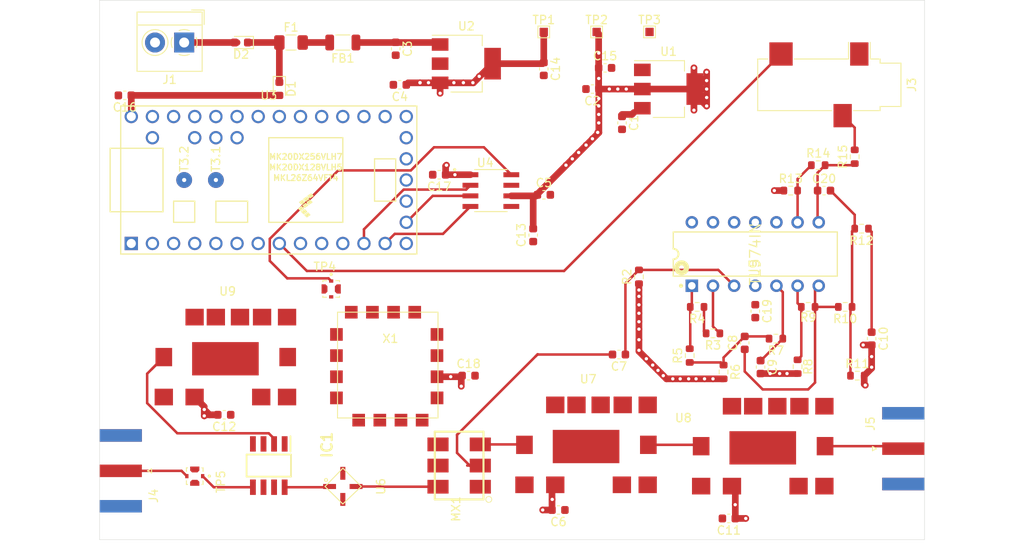
<source format=kicad_pcb>
(kicad_pcb (version 20171130) (host pcbnew "(5.1.10)-1")
  (layers (0 F.Cu signal) (1 In1.Cu power hide) (2 In2.Cu power hide) (31 B.Cu signal) (34 B.Paste user) (35 F.Paste user) (36 B.SilkS user) (37 F.SilkS user) (38 B.Mask user) (39 F.Mask user) (44 Edge.Cuts user))
  (net 0 "")
  (net 1 +5V)
  (net 2 GND)
  (net 3 +2V5)
  (net 4 "Net-(C3-Pad1)")
  (net 5 Delta_Sig)
  (net 6 "Net-(C7-Pad1)")
  (net 7 "Net-(C8-Pad1)")
  (net 8 "Net-(C8-Pad2)")
  (net 9 "Net-(C9-Pad1)")
  (net 10 "Net-(C10-Pad1)")
  (net 11 "Net-(D1-Pad1)")
  (net 12 VCC)
  (net 13 +BATT)
  (net 14 "Net-(F1-Pad2)")
  (net 15 Amp_2.4)
  (net 16 Mixer)
  (net 17 Transmit)
  (net 18 Chirp)
  (net 19 To_Comp)
  (net 20 Sync)
  (net 21 Receive)
  (net 22 Receive_Amp)
  (net 23 "Net-(MX1-Pad6)")
  (net 24 "Net-(R3-Pad2)")
  (net 25 "Net-(R3-Pad1)")
  (net 26 "Net-(R4-Pad2)")
  (net 27 "Net-(R8-Pad2)")
  (net 28 "Net-(R13-Pad2)")
  (net 29 "Net-(U3-Pad17)")
  (net 30 "Net-(U3-Pad18)")
  (net 31 "Net-(U3-Pad19)")
  (net 32 "Net-(U3-Pad20)")
  (net 33 "Net-(U3-Pad16)")
  (net 34 "Net-(U3-Pad15)")
  (net 35 "Net-(U3-Pad14)")
  (net 36 "Net-(U3-Pad21)")
  (net 37 "Net-(U3-Pad22)")
  (net 38 "Net-(U3-Pad23)")
  (net 39 "Net-(U3-Pad24)")
  (net 40 "Net-(U3-Pad25)")
  (net 41 "Net-(U3-Pad26)")
  (net 42 "Net-(U3-Pad27)")
  (net 43 "Net-(U3-Pad28)")
  (net 44 "Net-(U3-Pad29)")
  (net 45 "Net-(U3-Pad30)")
  (net 46 "Net-(U3-Pad31)")
  (net 47 "Net-(U3-Pad32)")
  (net 48 "Net-(U3-Pad34)")
  (net 49 "Net-(U3-Pad35)")
  (net 50 "Net-(U3-Pad36)")
  (net 51 "Net-(U3-Pad37)")
  (net 52 "Net-(U3-Pad13)")
  (net 53 "Net-(U3-Pad12)")
  (net 54 "Net-(U3-Pad11)")
  (net 55 "Net-(U3-Pad10)")
  (net 56 "Net-(U3-Pad9)")
  (net 57 "Net-(U3-Pad7)")
  (net 58 "Net-(U3-Pad6)")
  (net 59 "Net-(U3-Pad5)")
  (net 60 "Net-(U3-Pad4)")
  (net 61 "Net-(U3-Pad3)")
  (net 62 "Net-(U3-Pad2)")
  (net 63 "Net-(U3-Pad38)")
  (net 64 "Net-(U5-Pad14)")
  (net 65 "Net-(U5-Pad13)")
  (net 66 "Net-(U5-Pad12)")
  (net 67 "Net-(U7-Pad10)")
  (net 68 2.4_Chirp)
  (net 69 "Net-(TP4-Pad1)")
  (net 70 "Net-(IC1-Pad5)")
  (net 71 "Net-(C20-Pad2)")
  (net 72 "Net-(C20-Pad1)")
  (module ROS-25936C-119+:ROS­2536C­119 (layer F.Cu) (at 116.205 118.745 180)
    (fp_text reference X1 (at 6.35 -3.175) (layer F.SilkS))
    (fp_text value ROS-2536C-119+)
    (pad 2 smd rect (at 5.97 0 180) (size 1.52 1.52) (layers F.Cu F.Paste F.Mask) (net 18 Chirp))
    (pad 16 smd rect (at 0.76 -2.67 180) (size 1.52 1.52) (layers F.Cu F.Paste F.Mask) (net 2 GND))
    (pad 15 smd rect (at 0.76 -5.21 180) (size 1.52 1.52) (layers F.Cu F.Paste F.Mask) (net 2 GND))
    (pad 14 smd rect (at 0.75 -7.75 180) (size 1.52 1.52) (layers F.Cu F.Paste F.Mask) (net 1 +5V))
    (pad 13 smd rect (at 0.75 -10.29 180) (size 1.524 1.524) (layers F.Cu F.Paste F.Mask) (net 2 GND))
    (pad 12 smd rect (at 2.54 -12.96 180) (size 1.52 1.52) (layers F.Cu F.Paste F.Mask) (net 2 GND))
    (pad 11 smd rect (at 5.08 -12.96 180) (size 1.52 1.52) (layers F.Cu F.Paste F.Mask) (net 2 GND))
    (pad 10 smd rect (at 7.62 -12.96 180) (size 1.52 1.52) (layers F.Cu F.Paste F.Mask) (net 68 2.4_Chirp))
    (pad 9 smd rect (at 10.16 -12.96 180) (size 1.52 1.52) (layers F.Cu F.Paste F.Mask) (net 2 GND))
    (pad 8 smd rect (at 12.83 -10.29 180) (size 1.524 1.524) (layers F.Cu F.Paste F.Mask) (net 2 GND))
    (pad 7 smd rect (at 12.83 -7.75 180) (size 1.52 1.52) (layers F.Cu F.Paste F.Mask) (net 2 GND))
    (pad 6 smd rect (at 12.83 -5.21 180) (size 1.52 1.52) (layers F.Cu F.Paste F.Mask) (net 2 GND))
    (pad 5 smd rect (at 12.83 -2.67 180) (size 1.52 1.52) (layers F.Cu F.Paste F.Mask) (net 2 GND))
    (pad 4 smd rect (at 11.05 0 180) (size 1.52 1.52) (layers F.Cu F.Paste F.Mask) (net 2 GND))
    (pad 3 smd rect (at 8.51 0 180) (size 1.52 1.52) (layers F.Cu F.Paste F.Mask) (net 2 GND))
    (pad 1 smd rect (at 3.43 0 180) (size 1.52 1.52) (layers F.Cu F.Paste F.Mask) (net 2 GND))
  )
  (module Inductor_SMD:L_1206_3216Metric (layer F.Cu) (at 104.14 86.36 180)
    (fp_text reference FB1 (at 0 -1.9) (layer F.SilkS))
    (fp_text value "100 @ 100MHz")
    (pad 2 smd roundrect (at 1.575 0 180) (size 1.05 1.9) (layers F.Cu F.Paste F.Mask) (roundrect_rratio 0.238095) (net 14 "Net-(F1-Pad2)"))
    (pad 1 smd roundrect (at -1.575 0 180) (size 1.05 1.9) (layers F.Cu F.Paste F.Mask) (roundrect_rratio 0.238095) (net 4 "Net-(C3-Pad1)"))
  )
  (module Capacitor_SMD:C_0603_1608Metric (layer F.Cu) (at 161.925 104.14)
    (fp_text reference C20 (at 0 -1.43) (layer F.SilkS))
    (fp_text value 1nF)
    (pad 2 smd roundrect (at 0.775 0) (size 0.9 0.95) (layers F.Cu F.Paste F.Mask) (net 71 "Net-(C20-Pad2)"))
    (pad 1 smd roundrect (at -0.775 0) (size 0.9 0.95) (layers F.Cu F.Paste F.Mask) (net 72 "Net-(C20-Pad1)"))
  )
  (module Capacitor_SMD:C_0603_1608Metric (layer F.Cu) (at 153.67 118.618 270)
    (fp_text reference C19 (at 0 -1.43 90) (layer F.SilkS))
    (fp_text value 0.1uF)
    (pad 2 smd roundrect (at 0.775 0 270) (size 0.9 0.95) (layers F.Cu F.Paste F.Mask) (net 2 GND))
    (pad 1 smd roundrect (at -0.775 0 270) (size 0.9 0.95) (layers F.Cu F.Paste F.Mask) (net 1 +5V))
  )
  (module Capacitor_SMD:C_0603_1608Metric (layer F.Cu) (at 119.24 126.365)
    (fp_text reference C18 (at 0 -1.43) (layer F.SilkS))
    (fp_text value 0.1uF)
    (pad 2 smd roundrect (at 0.775 0) (size 0.9 0.95) (layers F.Cu F.Paste F.Mask) (net 2 GND))
    (pad 1 smd roundrect (at -0.775 0) (size 0.9 0.95) (layers F.Cu F.Paste F.Mask) (net 1 +5V))
  )
  (module Capacitor_SMD:C_0603_1608Metric (layer F.Cu) (at 115.71 102.235 180)
    (fp_text reference C17 (at 0 -1.43) (layer F.SilkS))
    (fp_text value 0.1uF)
    (pad 2 smd roundrect (at 0.775 0 180) (size 0.9 0.95) (layers F.Cu F.Paste F.Mask) (net 2 GND))
    (pad 1 smd roundrect (at -0.775 0 180) (size 0.9 0.95) (layers F.Cu F.Paste F.Mask) (net 1 +5V))
  )
  (module Capacitor_SMD:C_0603_1608Metric (layer F.Cu) (at 77.965 92.71 180)
    (fp_text reference C16 (at 0 -1.43) (layer F.SilkS))
    (fp_text value 0.1uF)
    (pad 2 smd roundrect (at 0.775 0 180) (size 0.9 0.95) (layers F.Cu F.Paste F.Mask) (net 2 GND))
    (pad 1 smd roundrect (at -0.775 0 180) (size 0.9 0.95) (layers F.Cu F.Paste F.Mask) (net 12 VCC))
  )
  (module Capacitor_SMD:C_0603_1608Metric (layer F.Cu) (at 135.636 89.408)
    (fp_text reference C15 (at 0 -1.43) (layer F.SilkS))
    (fp_text value 0.1uF)
    (pad 2 smd roundrect (at 0.775 0) (size 0.9 0.95) (layers F.Cu F.Paste F.Mask) (net 2 GND))
    (pad 1 smd roundrect (at -0.775 0) (size 0.9 0.95) (layers F.Cu F.Paste F.Mask) (net 3 +2V5))
  )
  (module Capacitor_SMD:C_0603_1608Metric (layer F.Cu) (at 128.27 89.535 270)
    (fp_text reference C14 (at 0 -1.43 90) (layer F.SilkS))
    (fp_text value 0.1uF)
    (pad 2 smd roundrect (at 0.775 0 270) (size 0.9 0.95) (layers F.Cu F.Paste F.Mask) (net 2 GND))
    (pad 1 smd roundrect (at -0.775 0 270) (size 0.9 0.95) (layers F.Cu F.Paste F.Mask) (net 1 +5V))
  )
  (module MM8030-2610RJ3:MURATA_MM8030-2610RJ3 (layer F.Cu) (at 86.36 138.43 270)
    (fp_text reference TP5 (at 0.675 -3.135 90) (layer F.SilkS))
    (fp_text value MM8030-2610RJ3)
    (fp_poly (pts (xy 1.15 0.55) (xy 1.15 -0.55) (xy 0.68 -0.55) (xy 0.45 -0.32) (xy 0.45 0.32) (xy 0.68 0.55)) (layer F.Cu) (width 0.01))
    (fp_poly (pts (xy -1.15 -0.55) (xy -1.15 0.55) (xy -0.68 0.55) (xy -0.45 0.32) (xy -0.45 -0.32) (xy -0.68 -0.55)) (layer F.Cu) (width 0.01))
    (pad 2 smd rect (at 0 0.95 270) (size 0.5 0.4) (layers F.Cu) (net 17 Transmit))
    (pad 1 smd rect (at 0 -0.95 270) (size 0.5 0.4) (layers F.Cu) (net 70 "Net-(IC1-Pad5)"))
    (pad 4 smd rect (at 0.85 0 270) (size 0.5 0.5) (layers F.Cu) (net 2 GND))
    (pad 3 smd rect (at -0.85 0 270) (size 0.5 0.5) (layers F.Cu) (net 2 GND))
  )
  (module TestPoint:TestPoint_Pad_1.0x1.0mm (layer F.Cu) (at 140.97 85.09)
    (fp_text reference TP3 (at 0 -1.448) (layer F.SilkS))
    (fp_text value TestPoint)
    (pad 1 smd rect (at 0 0) (size 1 1) (layers F.Cu F.Mask) (net 2 GND))
  )
  (module TestPoint:TestPoint_Pad_1.0x1.0mm (layer F.Cu) (at 134.62 85.09)
    (fp_text reference TP2 (at 0 -1.448) (layer F.SilkS))
    (fp_text value TestPoint)
    (pad 1 smd rect (at 0 0) (size 1 1) (layers F.Cu F.Mask) (net 3 +2V5))
  )
  (module TestPoint:TestPoint_Pad_1.0x1.0mm (layer F.Cu) (at 128.27 85.09)
    (fp_text reference TP1 (at 0 -1.448) (layer F.SilkS))
    (fp_text value TestPoint)
    (pad 1 smd rect (at 0 0) (size 1 1) (layers F.Cu F.Mask) (net 1 +5V))
  )
  (module Capacitor_SMD:C_0603_1608Metric (layer F.Cu) (at 137.668 96.012 270)
    (fp_text reference C1 (at 0 -1.43 90) (layer F.SilkS))
    (fp_text value C_Small)
    (pad 1 smd roundrect (at -0.775 0 270) (size 0.9 0.95) (layers F.Cu F.Paste F.Mask) (net 1 +5V))
    (pad 2 smd roundrect (at 0.775 0 270) (size 0.9 0.95) (layers F.Cu F.Paste F.Mask) (net 2 GND))
  )
  (module Capacitor_SMD:C_0603_1608Metric (layer F.Cu) (at 134.112 91.948 180)
    (fp_text reference C2 (at 0 -1.43) (layer F.SilkS))
    (fp_text value C_Small)
    (pad 2 smd roundrect (at 0.775 0 180) (size 0.9 0.95) (layers F.Cu F.Paste F.Mask) (net 2 GND))
    (pad 1 smd roundrect (at -0.775 0 180) (size 0.9 0.95) (layers F.Cu F.Paste F.Mask) (net 3 +2V5))
  )
  (module Capacitor_SMD:C_0603_1608Metric (layer F.Cu) (at 110.49 87.109 270)
    (fp_text reference C3 (at 0 -1.43 90) (layer F.SilkS))
    (fp_text value "0.22 uF")
    (pad 1 smd roundrect (at -0.775 0 270) (size 0.9 0.95) (layers F.Cu F.Paste F.Mask) (net 4 "Net-(C3-Pad1)"))
    (pad 2 smd roundrect (at 0.775 0 270) (size 0.9 0.95) (layers F.Cu F.Paste F.Mask) (net 2 GND))
  )
  (module Capacitor_SMD:C_0603_1608Metric (layer F.Cu) (at 110.985 91.44 180)
    (fp_text reference C4 (at 0 -1.43) (layer F.SilkS))
    (fp_text value "0.1 uF")
    (pad 2 smd roundrect (at 0.775 0 180) (size 0.9 0.95) (layers F.Cu F.Paste F.Mask) (net 2 GND))
    (pad 1 smd roundrect (at -0.775 0 180) (size 0.9 0.95) (layers F.Cu F.Paste F.Mask) (net 1 +5V))
  )
  (module Capacitor_SMD:C_0603_1608Metric (layer F.Cu) (at 128.283 104.648)
    (fp_text reference C5 (at 0 -1.43) (layer F.SilkS))
    (fp_text value 0.1uF)
    (pad 1 smd roundrect (at -0.775 0) (size 0.9 0.95) (layers F.Cu F.Paste F.Mask) (net 3 +2V5))
    (pad 2 smd roundrect (at 0.775 0) (size 0.9 0.95) (layers F.Cu F.Paste F.Mask) (net 2 GND))
  )
  (module Capacitor_SMD:C_0603_1608Metric (layer F.Cu) (at 130.035 142.494 180)
    (fp_text reference C6 (at 0 -1.43) (layer F.SilkS))
    (fp_text value 0.1uF)
    (pad 1 smd roundrect (at -0.775 0 180) (size 0.9 0.95) (layers F.Cu F.Paste F.Mask) (net 2 GND))
    (pad 2 smd roundrect (at 0.775 0 180) (size 0.9 0.95) (layers F.Cu F.Paste F.Mask) (net 1 +5V))
  )
  (module Capacitor_SMD:C_0603_1608Metric (layer F.Cu) (at 137.3 123.825 180)
    (fp_text reference C7 (at 0 -1.43) (layer F.SilkS))
    (fp_text value 1uF)
    (pad 2 smd roundrect (at 0.775 0 180) (size 0.9 0.95) (layers F.Cu F.Paste F.Mask) (net 5 Delta_Sig))
    (pad 1 smd roundrect (at -0.775 0 180) (size 0.9 0.95) (layers F.Cu F.Paste F.Mask) (net 6 "Net-(C7-Pad1)"))
  )
  (module Capacitor_SMD:C_0603_1608Metric (layer F.Cu) (at 152.4 122.428 90)
    (fp_text reference C8 (at 0 -1.43 90) (layer F.SilkS))
    (fp_text value 1nF)
    (pad 1 smd roundrect (at -0.775 0 90) (size 0.9 0.95) (layers F.Cu F.Paste F.Mask) (net 7 "Net-(C8-Pad1)"))
    (pad 2 smd roundrect (at 0.775 0 90) (size 0.9 0.95) (layers F.Cu F.Paste F.Mask) (net 8 "Net-(C8-Pad2)"))
  )
  (module Capacitor_SMD:C_0603_1608Metric (layer F.Cu) (at 154.305 125.336 270)
    (fp_text reference C9 (at 0 -1.43 90) (layer F.SilkS))
    (fp_text value 1nF)
    (pad 1 smd roundrect (at -0.775 0 270) (size 0.9 0.95) (layers F.Cu F.Paste F.Mask) (net 9 "Net-(C9-Pad1)"))
    (pad 2 smd roundrect (at 0.775 0 270) (size 0.9 0.95) (layers F.Cu F.Paste F.Mask) (net 3 +2V5))
  )
  (module Capacitor_SMD:C_0603_1608Metric (layer F.Cu) (at 167.64 121.92 270)
    (fp_text reference C10 (at 0 -1.43 90) (layer F.SilkS))
    (fp_text value 1nF)
    (pad 1 smd roundrect (at -0.775 0 270) (size 0.9 0.95) (layers F.Cu F.Paste F.Mask) (net 10 "Net-(C10-Pad1)"))
    (pad 2 smd roundrect (at 0.775 0 270) (size 0.9 0.95) (layers F.Cu F.Paste F.Mask) (net 3 +2V5))
  )
  (module Capacitor_SMD:C_0603_1608Metric (layer F.Cu) (at 150.495 143.51 180)
    (fp_text reference C11 (at 0 -1.43) (layer F.SilkS))
    (fp_text value 0.1uF)
    (pad 2 smd roundrect (at 0.775 0 180) (size 0.9 0.95) (layers F.Cu F.Paste F.Mask) (net 2 GND))
    (pad 1 smd roundrect (at -0.775 0 180) (size 0.9 0.95) (layers F.Cu F.Paste F.Mask) (net 1 +5V))
  )
  (module Capacitor_SMD:C_0603_1608Metric (layer F.Cu) (at 89.903 131.064 180)
    (fp_text reference C12 (at 0 -1.43) (layer F.SilkS))
    (fp_text value 0.1uF)
    (pad 2 smd roundrect (at 0.775 0 180) (size 0.9 0.95) (layers F.Cu F.Paste F.Mask) (net 1 +5V))
    (pad 1 smd roundrect (at -0.775 0 180) (size 0.9 0.95) (layers F.Cu F.Paste F.Mask) (net 2 GND))
  )
  (module Capacitor_SMD:C_0603_1608Metric (layer F.Cu) (at 127 109.487 90)
    (fp_text reference C13 (at 0 -1.43 90) (layer F.SilkS))
    (fp_text value 1uF)
    (pad 2 smd roundrect (at 0.775 0 90) (size 0.9 0.95) (layers F.Cu F.Paste F.Mask) (net 3 +2V5))
    (pad 1 smd roundrect (at -0.775 0 90) (size 0.9 0.95) (layers F.Cu F.Paste F.Mask) (net 2 GND))
  )
  (module Diode_SMD:D_0603_1608Metric (layer F.Cu) (at 96.52 91.9225 270)
    (fp_text reference D1 (at 0 -1.43 90) (layer F.SilkS))
    (fp_text value B5819W)
    (pad 1 smd roundrect (at -0.7875 0 270) (size 0.875 0.95) (layers F.Cu F.Paste F.Mask) (net 11 "Net-(D1-Pad1)"))
    (pad 2 smd roundrect (at 0.7875 0 270) (size 0.875 0.95) (layers F.Cu F.Paste F.Mask) (net 12 VCC))
  )
  (module Diode_SMD:D_0603_1608Metric (layer F.Cu) (at 91.9225 86.36 180)
    (fp_text reference D2 (at 0 -1.43) (layer F.SilkS))
    (fp_text value B5819W)
    (pad 2 smd roundrect (at 0.7875 0 180) (size 0.875 0.95) (layers F.Cu F.Paste F.Mask) (net 13 +BATT))
    (pad 1 smd roundrect (at -0.7875 0 180) (size 0.875 0.95) (layers F.Cu F.Paste F.Mask) (net 11 "Net-(D1-Pad1)"))
  )
  (module Fuse:Fuse_1206_3216Metric (layer F.Cu) (at 97.92 86.36)
    (fp_text reference F1 (at 0 -1.82) (layer F.SilkS))
    (fp_text value "500 mA")
    (pad 1 smd roundrect (at -1.4 0) (size 1.25 1.75) (layers F.Cu F.Paste F.Mask) (roundrect_rratio 0.2) (net 11 "Net-(D1-Pad1)"))
    (pad 2 smd roundrect (at 1.4 0) (size 1.25 1.75) (layers F.Cu F.Paste F.Mask) (roundrect_rratio 0.2) (net 14 "Net-(F1-Pad2)"))
  )
  (module BP2U1+:SOIC127P597X196-8N (layer F.Cu) (at 95.25 137.16 270)
    (fp_text reference IC1 (at -2.48 -6.985 90) (layer F.SilkS) (effects (font (size 1.27 1.27) (thickness 0.254))))
    (fp_text value BP2U1+ hide)
    (pad 1 smd rect (at -2.6 -1.905) (size 0.7 1.85) (layers F.Cu F.Paste F.Mask) (net 2 GND))
    (pad 2 smd rect (at -2.6 -0.635) (size 0.7 1.85) (layers F.Cu F.Paste F.Mask) (net 15 Amp_2.4))
    (pad 3 smd rect (at -2.6 0.635) (size 0.7 1.85) (layers F.Cu F.Paste F.Mask) (net 2 GND))
    (pad 4 smd rect (at -2.6 1.905) (size 0.7 1.85) (layers F.Cu F.Paste F.Mask) (net 2 GND))
    (pad 5 smd rect (at 2.6 1.905) (size 0.7 1.85) (layers F.Cu F.Paste F.Mask) (net 70 "Net-(IC1-Pad5)"))
    (pad 6 smd rect (at 2.6 0.635) (size 0.7 1.85) (layers F.Cu F.Paste F.Mask) (net 2 GND))
    (pad 7 smd rect (at 2.6 -0.635) (size 0.7 1.85) (layers F.Cu F.Paste F.Mask) (net 2 GND))
    (pad 8 smd rect (at 2.6 -1.905) (size 0.7 1.85) (layers F.Cu F.Paste F.Mask) (net 16 Mixer))
  )
  (module TerminalBlock_4Ucon:TerminalBlock_4Ucon_1x02_P3.50mm_Horizontal (layer F.Cu) (at 85.09 86.36 180)
    (fp_text reference J1 (at 1.75 -4.46) (layer F.SilkS))
    (fp_text value Screw_Terminal_01x02)
    (pad 1 thru_hole rect (at 0 0 180) (size 2.4 2.4) (drill 1.2) (layers *.Cu *.Mask) (net 13 +BATT))
    (pad 2 thru_hole circle (at 3.5 0 180) (size 2.4 2.4) (drill 1.2) (layers *.Cu *.Mask) (net 2 GND))
  )
  (module MM8030-2610RJ3:MURATA_MM8030-2610RJ3 (layer F.Cu) (at 102.743 115.951)
    (fp_text reference TP4 (at -0.762 -2.667) (layer F.SilkS))
    (fp_text value MM8030-2610RJ3)
    (fp_poly (pts (xy 1.15 0.55) (xy 1.15 -0.55) (xy 0.68 -0.55) (xy 0.45 -0.32) (xy 0.45 0.32) (xy 0.68 0.55)) (layer F.Cu) (width 0.01))
    (fp_poly (pts (xy -1.15 -0.55) (xy -1.15 0.55) (xy -0.68 0.55) (xy -0.45 0.32) (xy -0.45 -0.32) (xy -0.68 -0.55)) (layer F.Cu) (width 0.01))
    (pad 2 smd rect (at 0 0.95) (size 0.5 0.4) (layers F.Cu) (net 18 Chirp))
    (pad 1 smd rect (at 0 -0.95) (size 0.5 0.4) (layers F.Cu) (net 69 "Net-(TP4-Pad1)"))
    (pad 4 smd rect (at 0.85 0) (size 0.5 0.5) (layers F.Cu) (net 2 GND))
    (pad 3 smd rect (at -0.85 0) (size 0.5 0.5) (layers F.Cu) (net 2 GND))
  )
  (module Connector_Audio:Jack_3.5mm_CUI_SJ-3523-SMT_Horizontal (layer F.Cu) (at 162.56 91.44 270)
    (fp_text reference J3 (at 0 -9.9 90) (layer F.SilkS))
    (fp_text value AudioJack3)
    (pad R smd rect (at 3.7 -1.6 270) (size 2.8 2.2) (layers F.Cu F.Paste F.Mask) (net 19 To_Comp))
    (pad S smd rect (at -3.7 -3.6 270) (size 2.8 2.2) (layers F.Cu F.Paste F.Mask) (net 2 GND))
    (pad T smd rect (at -3.7 5.8 270) (size 2.8 2.8) (layers F.Cu F.Paste F.Mask) (net 20 Sync))
    (pad "" np_thru_hole circle (at 0 -2.5 270) (size 1.7 1.7) (drill 1.7) (layers *.Cu *.Mask))
    (pad "" np_thru_hole circle (at 0 4.5 270) (size 1.7 1.7) (drill 1.7) (layers *.Cu *.Mask))
  )
  (module Connector_Coaxial:SMA_Amphenol_132289_EdgeMount (layer F.Cu) (at 77.47 137.795 180)
    (fp_text reference J4 (at -3.96 -3 90) (layer F.SilkS))
    (fp_text value Conn_Coaxial)
    (pad 2 smd rect (at 0 4.25 270) (size 1.5 5.08) (layers B.Cu B.Paste B.Mask) (net 2 GND))
    (pad 2 smd rect (at 0 -4.25 270) (size 1.5 5.08) (layers B.Cu B.Paste B.Mask) (net 2 GND))
    (pad 2 smd rect (at 0 4.25 270) (size 1.5 5.08) (layers F.Cu F.Paste F.Mask) (net 2 GND))
    (pad 2 smd rect (at 0 -4.25 270) (size 1.5 5.08) (layers F.Cu F.Paste F.Mask) (net 2 GND))
    (pad 1 smd rect (at 0 0 270) (size 1.5 5.08) (layers F.Cu F.Paste F.Mask) (net 17 Transmit))
  )
  (module Connector_Coaxial:SMA_Amphenol_132289_EdgeMount (layer F.Cu) (at 171.45 135.128)
    (fp_text reference J5 (at -3.96 -3 90) (layer F.SilkS))
    (fp_text value Conn_Coaxial)
    (pad 1 smd rect (at 0 0 90) (size 1.5 5.08) (layers F.Cu F.Paste F.Mask) (net 21 Receive))
    (pad 2 smd rect (at 0 -4.25 90) (size 1.5 5.08) (layers F.Cu F.Paste F.Mask) (net 2 GND))
    (pad 2 smd rect (at 0 4.25 90) (size 1.5 5.08) (layers F.Cu F.Paste F.Mask) (net 2 GND))
    (pad 2 smd rect (at 0 -4.25 90) (size 1.5 5.08) (layers B.Cu B.Paste B.Mask) (net 2 GND))
    (pad 2 smd rect (at 0 4.25 90) (size 1.5 5.08) (layers B.Cu B.Paste B.Mask) (net 2 GND))
  )
  (module ADE-1:CD636 (layer F.Cu) (at 118.11 137.16 90)
    (fp_text reference MX1 (at -5.216635 -0.381705 270) (layer F.SilkS) (effects (font (size 1.00185 1.00185))))
    (fp_text value ADE-30+)
    (pad 1 smd rect (at -2.54 2.54 90) (size 1.651 2.54) (layers F.Cu F.Paste F.Mask) (net 2 GND))
    (pad 2 smd rect (at 0 2.54 90) (size 1.651 2.54) (layers F.Cu F.Paste F.Mask) (net 5 Delta_Sig))
    (pad 3 smd rect (at 2.54 2.54 90) (size 1.651 2.54) (layers F.Cu F.Paste F.Mask) (net 22 Receive_Amp))
    (pad 4 smd rect (at 2.54 -2.54 90) (size 1.651 2.54) (layers F.Cu F.Paste F.Mask) (net 2 GND))
    (pad 5 smd rect (at 0 -2.54 90) (size 1.651 2.54) (layers F.Cu F.Paste F.Mask) (net 2 GND))
    (pad 6 smd rect (at -2.54 -2.54 90) (size 1.651 2.54) (layers F.Cu F.Paste F.Mask) (net 23 "Net-(MX1-Pad6)"))
  )
  (module Resistor_SMD:R_0603_1608Metric (layer F.Cu) (at 139.7 114.491 90)
    (fp_text reference R2 (at 0 -1.43 90) (layer F.SilkS))
    (fp_text value 10k)
    (pad 1 smd roundrect (at -0.825 0 90) (size 0.8 0.95) (layers F.Cu F.Paste F.Mask) (net 3 +2V5))
    (pad 2 smd roundrect (at 0.825 0 90) (size 0.8 0.95) (layers F.Cu F.Paste F.Mask) (net 6 "Net-(C7-Pad1)"))
  )
  (module Resistor_SMD:R_0603_1608Metric (layer F.Cu) (at 148.59 121.285 180)
    (fp_text reference R3 (at 0 -1.43) (layer F.SilkS))
    (fp_text value 220)
    (pad 2 smd roundrect (at 0.825 0 180) (size 0.8 0.95) (layers F.Cu F.Paste F.Mask) (net 24 "Net-(R3-Pad2)"))
    (pad 1 smd roundrect (at -0.825 0 180) (size 0.8 0.95) (layers F.Cu F.Paste F.Mask) (net 25 "Net-(R3-Pad1)"))
  )
  (module Resistor_SMD:R_0603_1608Metric (layer F.Cu) (at 146.685 118.11 180)
    (fp_text reference R4 (at 0 -1.43) (layer F.SilkS))
    (fp_text value 20k)
    (pad 1 smd roundrect (at -0.825 0 180) (size 0.8 0.95) (layers F.Cu F.Paste F.Mask) (net 24 "Net-(R3-Pad2)"))
    (pad 2 smd roundrect (at 0.825 0 180) (size 0.8 0.95) (layers F.Cu F.Paste F.Mask) (net 26 "Net-(R4-Pad2)"))
  )
  (module Resistor_SMD:R_0603_1608Metric (layer F.Cu) (at 145.796 123.952 90)
    (fp_text reference R5 (at 0 -1.43 90) (layer F.SilkS))
    (fp_text value 8.45k)
    (pad 2 smd roundrect (at 0.825 0 90) (size 0.8 0.95) (layers F.Cu F.Paste F.Mask) (net 26 "Net-(R4-Pad2)"))
    (pad 1 smd roundrect (at -0.825 0 90) (size 0.8 0.95) (layers F.Cu F.Paste F.Mask) (net 8 "Net-(C8-Pad2)"))
  )
  (module Resistor_SMD:R_0603_1608Metric (layer F.Cu) (at 149.86 125.92 270)
    (fp_text reference R6 (at 0 -1.43 90) (layer F.SilkS))
    (fp_text value 102k)
    (pad 2 smd roundrect (at 0.825 0 270) (size 0.8 0.95) (layers F.Cu F.Paste F.Mask) (net 3 +2V5))
    (pad 1 smd roundrect (at -0.825 0 270) (size 0.8 0.95) (layers F.Cu F.Paste F.Mask) (net 8 "Net-(C8-Pad2)"))
  )
  (module Resistor_SMD:R_0603_1608Metric (layer F.Cu) (at 156.147 121.92 180)
    (fp_text reference R7 (at 0 -1.43) (layer F.SilkS))
    (fp_text value 7.15k)
    (pad 1 smd roundrect (at -0.825 0 180) (size 0.8 0.95) (layers F.Cu F.Paste F.Mask) (net 9 "Net-(C9-Pad1)"))
    (pad 2 smd roundrect (at 0.825 0 180) (size 0.8 0.95) (layers F.Cu F.Paste F.Mask) (net 8 "Net-(C8-Pad2)"))
  )
  (module Resistor_SMD:R_0603_1608Metric (layer F.Cu) (at 158.75 125.286 90)
    (fp_text reference R8 (at 0 1.27 90) (layer F.SilkS))
    (fp_text value 12.1k)
    (pad 1 smd roundrect (at -0.825 0 90) (size 0.8 0.95) (layers F.Cu F.Paste F.Mask) (net 3 +2V5))
    (pad 2 smd roundrect (at 0.825 0 90) (size 0.8 0.95) (layers F.Cu F.Paste F.Mask) (net 27 "Net-(R8-Pad2)"))
  )
  (module Resistor_SMD:R_0603_1608Metric (layer F.Cu) (at 160.02 118.11)
    (fp_text reference R9 (at 0 1.27) (layer F.SilkS))
    (fp_text value 1k)
    (pad 2 smd roundrect (at 0.825 0) (size 0.8 0.95) (layers F.Cu F.Paste F.Mask) (net 7 "Net-(C8-Pad1)"))
    (pad 1 smd roundrect (at -0.825 0) (size 0.8 0.95) (layers F.Cu F.Paste F.Mask) (net 27 "Net-(R8-Pad2)"))
  )
  (module Resistor_SMD:R_0603_1608Metric (layer F.Cu) (at 164.465 118.11 180)
    (fp_text reference R10 (at 0 -1.43) (layer F.SilkS))
    (fp_text value 17.4k)
    (pad 2 smd roundrect (at 0.825 0 180) (size 0.8 0.95) (layers F.Cu F.Paste F.Mask) (net 7 "Net-(C8-Pad1)"))
    (pad 1 smd roundrect (at -0.825 0 180) (size 0.8 0.95) (layers F.Cu F.Paste F.Mask) (net 71 "Net-(C20-Pad2)"))
  )
  (module Resistor_SMD:R_0603_1608Metric (layer F.Cu) (at 165.925 126.365)
    (fp_text reference R11 (at 0 -1.43) (layer F.SilkS))
    (fp_text value 28k)
    (pad 2 smd roundrect (at 0.825 0) (size 0.8 0.95) (layers F.Cu F.Paste F.Mask) (net 3 +2V5))
    (pad 1 smd roundrect (at -0.825 0) (size 0.8 0.95) (layers F.Cu F.Paste F.Mask) (net 71 "Net-(C20-Pad2)"))
  )
  (module Resistor_SMD:R_0603_1608Metric (layer F.Cu) (at 166.433 108.712 180)
    (fp_text reference R12 (at 0 -1.43) (layer F.SilkS))
    (fp_text value 4.12k)
    (pad 1 smd roundrect (at -0.825 0 180) (size 0.8 0.95) (layers F.Cu F.Paste F.Mask) (net 10 "Net-(C10-Pad1)"))
    (pad 2 smd roundrect (at 0.825 0 180) (size 0.8 0.95) (layers F.Cu F.Paste F.Mask) (net 71 "Net-(C20-Pad2)"))
  )
  (module Resistor_SMD:R_0603_1608Metric (layer F.Cu) (at 157.925 104.14)
    (fp_text reference R13 (at 0 -1.43) (layer F.SilkS))
    (fp_text value 1.62k)
    (pad 1 smd roundrect (at -0.825 0) (size 0.8 0.95) (layers F.Cu F.Paste F.Mask) (net 3 +2V5))
    (pad 2 smd roundrect (at 0.825 0) (size 0.8 0.95) (layers F.Cu F.Paste F.Mask) (net 28 "Net-(R13-Pad2)"))
  )
  (module Resistor_SMD:R_0603_1608Metric (layer F.Cu) (at 161.227 101.092)
    (fp_text reference R14 (at 0 -1.43) (layer F.SilkS))
    (fp_text value 1k)
    (pad 2 smd roundrect (at 0.825 0) (size 0.8 0.95) (layers F.Cu F.Paste F.Mask) (net 72 "Net-(C20-Pad1)"))
    (pad 1 smd roundrect (at -0.825 0) (size 0.8 0.95) (layers F.Cu F.Paste F.Mask) (net 28 "Net-(R13-Pad2)"))
  )
  (module Resistor_SMD:R_0603_1608Metric (layer F.Cu) (at 165.608 100.076 90)
    (fp_text reference R15 (at 0 -1.43 90) (layer F.SilkS))
    (fp_text value 20k)
    (pad 1 smd roundrect (at -0.825 0 90) (size 0.8 0.95) (layers F.Cu F.Paste F.Mask) (net 72 "Net-(C20-Pad1)"))
    (pad 2 smd roundrect (at 0.825 0 90) (size 0.8 0.95) (layers F.Cu F.Paste F.Mask) (net 19 To_Comp))
  )
  (module Package_TO_SOT_SMD:SOT-223 (layer F.Cu) (at 143.256 91.948)
    (fp_text reference U1 (at 0 -4.5) (layer F.SilkS))
    (fp_text value LM1117-2.5)
    (pad 1 smd rect (at -3.15 -2.3) (size 2 1.5) (layers F.Cu F.Paste F.Mask) (net 2 GND))
    (pad 3 smd rect (at -3.15 2.3) (size 2 1.5) (layers F.Cu F.Paste F.Mask) (net 1 +5V))
    (pad 2 smd rect (at -3.15 0) (size 2 1.5) (layers F.Cu F.Paste F.Mask) (net 3 +2V5))
    (pad 4 smd rect (at 3.15 0) (size 2 3.8) (layers F.Cu F.Paste F.Mask) (net 3 +2V5))
  )
  (module Package_TO_SOT_SMD:SOT-223 (layer F.Cu) (at 118.974 88.9)
    (fp_text reference U2 (at 0 -4.5) (layer F.SilkS))
    (fp_text value LM7805)
    (pad 4 smd rect (at 3.15 0) (size 2 3.8) (layers F.Cu F.Paste F.Mask) (net 1 +5V))
    (pad 2 smd rect (at -3.15 0) (size 2 1.5) (layers F.Cu F.Paste F.Mask) (net 2 GND))
    (pad 3 smd rect (at -3.15 2.3) (size 2 1.5) (layers F.Cu F.Paste F.Mask) (net 1 +5V))
    (pad 1 smd rect (at -3.15 -2.3) (size 2 1.5) (layers F.Cu F.Paste F.Mask) (net 4 "Net-(C3-Pad1)"))
  )
  (module Teensy:Teensy30_31_32_LC (layer F.Cu) (at 95.25 102.87)
    (fp_text reference U3 (at 0 -10.16) (layer F.SilkS))
    (fp_text value Teensy3.2)
    (fp_text user T3.2 (at -10.16 -2.54 90) (layer F.SilkS))
    (fp_text user T3.1 (at -6.35 -2.54 90) (layer F.SilkS))
    (fp_text user MK20DX256VLH7 (at 4.445 -2.794) (layer F.SilkS) (effects (font (size 0.7 0.7))))
    (fp_text user MKL26Z64VFT4 (at 4.445 -0.254) (layer F.SilkS) (effects (font (size 0.7 0.7))))
    (fp_text user MK20DX128VLH5 (at 4.445 -1.524) (layer F.SilkS) (effects (font (size 0.7 0.7))))
    (pad 17 thru_hole circle (at 16.51 0) (size 1.6 1.6) (drill 1.1) (layers *.Cu *.Mask) (net 29 "Net-(U3-Pad17)"))
    (pad 18 thru_hole circle (at 16.51 -2.54) (size 1.6 1.6) (drill 1.1) (layers *.Cu *.Mask) (net 30 "Net-(U3-Pad18)"))
    (pad 19 thru_hole circle (at 16.51 -5.08) (size 1.6 1.6) (drill 1.1) (layers *.Cu *.Mask) (net 31 "Net-(U3-Pad19)"))
    (pad 20 thru_hole circle (at 16.51 -7.62) (size 1.6 1.6) (drill 1.1) (layers *.Cu *.Mask) (net 32 "Net-(U3-Pad20)"))
    (pad 16 thru_hole circle (at 16.51 2.54) (size 1.6 1.6) (drill 1.1) (layers *.Cu *.Mask) (net 33 "Net-(U3-Pad16)"))
    (pad 15 thru_hole circle (at 16.51 5.08) (size 1.6 1.6) (drill 1.1) (layers *.Cu *.Mask) (net 34 "Net-(U3-Pad15)"))
    (pad 14 thru_hole circle (at 16.51 7.62) (size 1.6 1.6) (drill 1.1) (layers *.Cu *.Mask) (net 35 "Net-(U3-Pad14)"))
    (pad 21 thru_hole circle (at 13.97 -7.62) (size 1.6 1.6) (drill 1.1) (layers *.Cu *.Mask) (net 36 "Net-(U3-Pad21)"))
    (pad 22 thru_hole circle (at 11.43 -7.62) (size 1.6 1.6) (drill 1.1) (layers *.Cu *.Mask) (net 37 "Net-(U3-Pad22)"))
    (pad 23 thru_hole circle (at 8.89 -7.62) (size 1.6 1.6) (drill 1.1) (layers *.Cu *.Mask) (net 38 "Net-(U3-Pad23)"))
    (pad 24 thru_hole circle (at 6.35 -7.62) (size 1.6 1.6) (drill 1.1) (layers *.Cu *.Mask) (net 39 "Net-(U3-Pad24)"))
    (pad 25 thru_hole circle (at 3.81 -7.62) (size 1.6 1.6) (drill 1.1) (layers *.Cu *.Mask) (net 40 "Net-(U3-Pad25)"))
    (pad 26 thru_hole circle (at 1.27 -7.62) (size 1.6 1.6) (drill 1.1) (layers *.Cu *.Mask) (net 41 "Net-(U3-Pad26)"))
    (pad 27 thru_hole circle (at -1.27 -7.62) (size 1.6 1.6) (drill 1.1) (layers *.Cu *.Mask) (net 42 "Net-(U3-Pad27)"))
    (pad 28 thru_hole circle (at -3.81 -7.62) (size 1.6 1.6) (drill 1.1) (layers *.Cu *.Mask) (net 43 "Net-(U3-Pad28)"))
    (pad 29 thru_hole circle (at -6.35 -7.62) (size 1.6 1.6) (drill 1.1) (layers *.Cu *.Mask) (net 44 "Net-(U3-Pad29)"))
    (pad 30 thru_hole circle (at -8.89 -7.62) (size 1.6 1.6) (drill 1.1) (layers *.Cu *.Mask) (net 45 "Net-(U3-Pad30)"))
    (pad 31 thru_hole circle (at -11.43 -7.62) (size 1.6 1.6) (drill 1.1) (layers *.Cu *.Mask) (net 46 "Net-(U3-Pad31)"))
    (pad 32 thru_hole circle (at -13.97 -7.62) (size 1.6 1.6) (drill 1.1) (layers *.Cu *.Mask) (net 47 "Net-(U3-Pad32)"))
    (pad 33 thru_hole circle (at -16.51 -7.62) (size 1.6 1.6) (drill 1.1) (layers *.Cu *.Mask) (net 12 VCC))
    (pad 34 thru_hole circle (at -13.97 -5.08) (size 1.6 1.6) (drill 1.1) (layers *.Cu *.Mask) (net 48 "Net-(U3-Pad34)"))
    (pad 35 thru_hole circle (at -8.89 -5.08) (size 1.6 1.6) (drill 1.1) (layers *.Cu *.Mask) (net 49 "Net-(U3-Pad35)"))
    (pad 36 thru_hole circle (at -6.35 -5.08) (size 1.6 1.6) (drill 1.1) (layers *.Cu *.Mask) (net 50 "Net-(U3-Pad36)"))
    (pad 37 thru_hole circle (at -3.81 -5.08) (size 1.6 1.6) (drill 1.1) (layers *.Cu *.Mask) (net 51 "Net-(U3-Pad37)"))
    (pad 13 thru_hole circle (at 13.97 7.62) (size 1.6 1.6) (drill 1.1) (layers *.Cu *.Mask) (net 52 "Net-(U3-Pad13)"))
    (pad 12 thru_hole circle (at 11.43 7.62) (size 1.6 1.6) (drill 1.1) (layers *.Cu *.Mask) (net 53 "Net-(U3-Pad12)"))
    (pad 11 thru_hole circle (at 8.89 7.62) (size 1.6 1.6) (drill 1.1) (layers *.Cu *.Mask) (net 54 "Net-(U3-Pad11)"))
    (pad 10 thru_hole circle (at 6.35 7.62) (size 1.6 1.6) (drill 1.1) (layers *.Cu *.Mask) (net 55 "Net-(U3-Pad10)"))
    (pad 9 thru_hole circle (at 3.81 7.62) (size 1.6 1.6) (drill 1.1) (layers *.Cu *.Mask) (net 56 "Net-(U3-Pad9)"))
    (pad 8 thru_hole circle (at 1.27 7.62) (size 1.6 1.6) (drill 1.1) (layers *.Cu *.Mask) (net 20 Sync))
    (pad 7 thru_hole circle (at -1.27 7.62) (size 1.6 1.6) (drill 1.1) (layers *.Cu *.Mask) (net 57 "Net-(U3-Pad7)"))
    (pad 6 thru_hole circle (at -3.81 7.62) (size 1.6 1.6) (drill 1.1) (layers *.Cu *.Mask) (net 58 "Net-(U3-Pad6)"))
    (pad 5 thru_hole circle (at -6.35 7.62) (size 1.6 1.6) (drill 1.1) (layers *.Cu *.Mask) (net 59 "Net-(U3-Pad5)"))
    (pad 4 thru_hole circle (at -8.89 7.62) (size 1.6 1.6) (drill 1.1) (layers *.Cu *.Mask) (net 60 "Net-(U3-Pad4)"))
    (pad 3 thru_hole circle (at -11.43 7.62) (size 1.6 1.6) (drill 1.1) (layers *.Cu *.Mask) (net 61 "Net-(U3-Pad3)"))
    (pad 2 thru_hole circle (at -13.97 7.62) (size 1.6 1.6) (drill 1.1) (layers *.Cu *.Mask) (net 62 "Net-(U3-Pad2)"))
    (pad 1 thru_hole rect (at -16.51 7.62) (size 1.6 1.6) (drill 1.1) (layers *.Cu *.Mask) (net 2 GND))
    (pad 38 thru_hole circle (at -6.35 0) (size 1.9 1.9) (drill 0.5) (layers *.Cu *.Mask) (net 63 "Net-(U3-Pad38)"))
    (pad 38 thru_hole circle (at -10.16 0) (size 1.9 1.9) (drill 0.5) (layers *.Cu *.Mask) (net 63 "Net-(U3-Pad38)"))
  )
  (module "Kicad Libraries:MCP4921-E_SN" (layer F.Cu) (at 121.92 104.14)
    (fp_text reference U4 (at -0.675 -3.337) (layer F.SilkS))
    (fp_text value MCP4921-EMS)
    (pad 8 smd rect (at 2.455 -1.905) (size 1.9 0.6) (layers F.Cu F.Paste F.Mask) (net 69 "Net-(TP4-Pad1)"))
    (pad 7 smd rect (at 2.455 -0.635) (size 1.9 0.6) (layers F.Cu F.Paste F.Mask) (net 2 GND))
    (pad 6 smd rect (at 2.455 0.635) (size 1.9 0.6) (layers F.Cu F.Paste F.Mask) (net 3 +2V5))
    (pad 5 smd rect (at 2.455 1.905) (size 1.9 0.6) (layers F.Cu F.Paste F.Mask) (net 2 GND))
    (pad 4 smd rect (at -2.455 1.905) (size 1.9 0.6) (layers F.Cu F.Paste F.Mask) (net 52 "Net-(U3-Pad13)"))
    (pad 3 smd rect (at -2.455 0.635) (size 1.9 0.6) (layers F.Cu F.Paste F.Mask) (net 34 "Net-(U3-Pad15)"))
    (pad 2 smd rect (at -2.455 -0.635) (size 1.9 0.6) (layers F.Cu F.Paste F.Mask) (net 53 "Net-(U3-Pad12)"))
    (pad 1 smd rect (at -2.455 -1.905) (size 1.9 0.6) (layers F.Cu F.Paste F.Mask) (net 1 +5V))
  )
  (module TL974IN:Texas_Instruments-TL974IN-Manufacturer_Recommended (layer F.Cu) (at 153.67 111.76 90)
    (fp_text reference U5 (at -3.048 -0.092 90) (layer F.SilkS) (effects (font (size 1.2 1.2)) (justify left)))
    (fp_text value TL974IN (at 0 0 90) (layer F.SilkS) (effects (font (size 1.27 1.27))))
    (pad 1 thru_hole rect (at -3.81 -7.62 90) (size 1.5 1.5) (drill 0.900001) (layers *.Cu) (net 26 "Net-(R4-Pad2)"))
    (pad 2 thru_hole circle (at -3.81 -5.08 90) (size 1.5 1.5) (drill 0.900001) (layers *.Cu) (net 25 "Net-(R3-Pad1)"))
    (pad 3 thru_hole circle (at -3.81 -2.54 90) (size 1.5 1.5) (drill 0.900001) (layers *.Cu) (net 6 "Net-(C7-Pad1)"))
    (pad 4 thru_hole circle (at -3.81 0 90) (size 1.5 1.5) (drill 0.900001) (layers *.Cu) (net 1 +5V))
    (pad 5 thru_hole circle (at -3.81 2.54 90) (size 1.5 1.5) (drill 0.900001) (layers *.Cu) (net 9 "Net-(C9-Pad1)"))
    (pad 6 thru_hole circle (at -3.81 5.08 90) (size 1.5 1.5) (drill 0.900001) (layers *.Cu) (net 27 "Net-(R8-Pad2)"))
    (pad 7 thru_hole circle (at -3.81 7.62 90) (size 1.5 1.5) (drill 0.900001) (layers *.Cu) (net 7 "Net-(C8-Pad1)"))
    (pad 14 thru_hole circle (at 3.81 -7.62 90) (size 1.5 1.5) (drill 0.900001) (layers *.Cu) (net 64 "Net-(U5-Pad14)"))
    (pad 13 thru_hole circle (at 3.81 -5.08 90) (size 1.5 1.5) (drill 0.900001) (layers *.Cu) (net 65 "Net-(U5-Pad13)"))
    (pad 12 thru_hole circle (at 3.81 -2.54 90) (size 1.5 1.5) (drill 0.900001) (layers *.Cu) (net 66 "Net-(U5-Pad12)"))
    (pad 11 thru_hole circle (at 3.81 0 90) (size 1.5 1.5) (drill 0.900001) (layers *.Cu) (net 2 GND))
    (pad 10 thru_hole circle (at 3.81 2.54 90) (size 1.5 1.5) (drill 0.900001) (layers *.Cu) (net 10 "Net-(C10-Pad1)"))
    (pad 9 thru_hole circle (at 3.81 5.08 90) (size 1.5 1.5) (drill 0.900001) (layers *.Cu) (net 28 "Net-(R13-Pad2)"))
    (pad 8 thru_hole circle (at 3.81 7.62 90) (size 1.5 1.5) (drill 0.900001) (layers *.Cu) (net 72 "Net-(C20-Pad1)"))
  )
  (module "Kicad Libraries:GAT-3" (layer F.Cu) (at 104.14 139.674 270)
    (fp_text reference U6 (at 0 -4.58 90) (layer F.SilkS))
    (fp_text value GAT-6+)
    (pad 2 smd rect (at 1.55 0) (size 0.61 1.55) (layers F.Cu F.Paste F.Mask) (net 2 GND))
    (pad 3 smd rect (at 0 -1.59 90) (size 0.61 1.55) (layers F.Cu F.Paste F.Mask) (net 23 "Net-(MX1-Pad6)"))
    (pad 4 smd rect (at -1.585 0) (size 0.61 1.55) (layers F.Cu F.Paste F.Mask) (net 2 GND))
    (pad 1 smd rect (at 0 1.59 90) (size 0.61 1.55) (layers F.Cu F.Paste F.Mask) (net 16 Mixer))
  )
  (module "Kicad Libraries:TAMP-272LN+" (layer F.Cu) (at 141.85 128.874 180)
    (fp_text reference U7 (at 8.23976 2.09804) (layer F.SilkS))
    (fp_text value TAMP-272LN+)
    (pad 11 smd rect (at 1.1 -1 180) (size 2.2 2) (layers F.Cu F.Paste F.Mask) (net 2 GND))
    (pad 1 smd rect (at 4.1 -1 180) (size 2.2 2) (layers F.Cu F.Paste F.Mask) (net 2 GND))
    (pad 2 smd rect (at 6.75 -1 180) (size 2.2 2) (layers F.Cu F.Paste F.Mask) (net 2 GND))
    (pad 3 smd rect (at 9.65 -1 180) (size 2.2 2) (layers F.Cu F.Paste F.Mask) (net 2 GND))
    (pad 4 smd rect (at 12.2 -1 180) (size 2.2 2) (layers F.Cu F.Paste F.Mask) (net 2 GND))
    (pad 5 smd rect (at 15.9 -5.8 90) (size 2.2 2) (layers F.Cu F.Paste F.Mask) (net 22 Receive_Amp))
    (pad 6 smd rect (at 15.9 -10.59628) (size 2.2 2) (layers F.Cu F.Paste F.Mask) (net 2 GND))
    (pad 7 smd rect (at 12.2 -10.59628) (size 2.2 2) (layers F.Cu F.Paste F.Mask) (net 1 +5V))
    (pad 8 smd rect (at 4.2 -10.59628) (size 2.2 2) (layers F.Cu F.Paste F.Mask) (net 2 GND))
    (pad 9 smd rect (at 1.1 -10.59628) (size 2.2 2) (layers F.Cu F.Paste F.Mask) (net 2 GND))
    (pad 10 smd rect (at 1.02108 -5.79628 90) (size 2.2 2) (layers F.Cu F.Paste F.Mask) (net 67 "Net-(U7-Pad10)"))
    (pad GND smd rect (at 8.5 -6) (size 8 4) (layers F.Cu F.Paste F.Mask))
  )
  (module "Kicad Libraries:TAMP-272LN+" (layer F.Cu) (at 163.068 129.032 180)
    (fp_text reference U8 (at 18.034 -2.413) (layer F.SilkS))
    (fp_text value TAMP-272LN+)
    (pad GND smd rect (at 8.5 -6) (size 8 4) (layers F.Cu F.Paste F.Mask))
    (pad 10 smd rect (at 1.02108 -5.79628 90) (size 2.2 2) (layers F.Cu F.Paste F.Mask) (net 21 Receive))
    (pad 9 smd rect (at 1.1 -10.59628) (size 2.2 2) (layers F.Cu F.Paste F.Mask) (net 2 GND))
    (pad 8 smd rect (at 4.2 -10.59628) (size 2.2 2) (layers F.Cu F.Paste F.Mask) (net 2 GND))
    (pad 7 smd rect (at 12.2 -10.59628) (size 2.2 2) (layers F.Cu F.Paste F.Mask) (net 1 +5V))
    (pad 6 smd rect (at 15.9 -10.59628) (size 2.2 2) (layers F.Cu F.Paste F.Mask) (net 2 GND))
    (pad 5 smd rect (at 15.9 -5.8 90) (size 2.2 2) (layers F.Cu F.Paste F.Mask) (net 67 "Net-(U7-Pad10)"))
    (pad 4 smd rect (at 12.2 -1 180) (size 2.2 2) (layers F.Cu F.Paste F.Mask) (net 2 GND))
    (pad 3 smd rect (at 9.65 -1 180) (size 2.2 2) (layers F.Cu F.Paste F.Mask) (net 2 GND))
    (pad 2 smd rect (at 6.75 -1 180) (size 2.2 2) (layers F.Cu F.Paste F.Mask) (net 2 GND))
    (pad 1 smd rect (at 4.1 -1 180) (size 2.2 2) (layers F.Cu F.Paste F.Mask) (net 2 GND))
    (pad 11 smd rect (at 1.1 -1 180) (size 2.2 2) (layers F.Cu F.Paste F.Mask) (net 2 GND))
  )
  (module "Kicad Libraries:TAMP-272LN+" (layer F.Cu) (at 98.543 118.333 180)
    (fp_text reference U9 (at 8.23976 2.09804) (layer F.SilkS))
    (fp_text value TAMP-272LN+)
    (pad 11 smd rect (at 1.1 -1 180) (size 2.2 2) (layers F.Cu F.Paste F.Mask) (net 2 GND))
    (pad 1 smd rect (at 4.1 -1 180) (size 2.2 2) (layers F.Cu F.Paste F.Mask) (net 2 GND))
    (pad 2 smd rect (at 6.75 -1 180) (size 2.2 2) (layers F.Cu F.Paste F.Mask) (net 2 GND))
    (pad 3 smd rect (at 9.65 -1 180) (size 2.2 2) (layers F.Cu F.Paste F.Mask) (net 2 GND))
    (pad 4 smd rect (at 12.2 -1 180) (size 2.2 2) (layers F.Cu F.Paste F.Mask) (net 2 GND))
    (pad 5 smd rect (at 15.9 -5.8 90) (size 2.2 2) (layers F.Cu F.Paste F.Mask) (net 15 Amp_2.4))
    (pad 6 smd rect (at 15.9 -10.59628) (size 2.2 2) (layers F.Cu F.Paste F.Mask) (net 2 GND))
    (pad 7 smd rect (at 12.2 -10.59628) (size 2.2 2) (layers F.Cu F.Paste F.Mask) (net 1 +5V))
    (pad 8 smd rect (at 4.2 -10.59628) (size 2.2 2) (layers F.Cu F.Paste F.Mask) (net 2 GND))
    (pad 9 smd rect (at 1.1 -10.59628) (size 2.2 2) (layers F.Cu F.Paste F.Mask) (net 2 GND))
    (pad 10 smd rect (at 1.02108 -5.79628 90) (size 2.2 2) (layers F.Cu F.Paste F.Mask) (net 68 2.4_Chirp))
    (pad GND smd rect (at 8.5 -6) (size 8 4) (layers F.Cu F.Paste F.Mask))
  )
  (gr_line (start 173.99 146.05) (end 74.93 146.05) (layer Edge.Cuts) (width 0.05))
  (gr_line (start 173.99 81.28) (end 173.99 146.05) (layer Edge.Cuts) (width 0.05))
  (gr_line (start 74.93 81.28) (end 173.99 81.28) (layer Edge.Cuts) (width 0.05))
  (gr_line (start 74.93 146.05) (end 74.93 81.28) (layer Edge.Cuts) (width 0.05))
  (via blind (at 115.824 92.456) (size 0.8) (drill 0.4) (layers F.Cu In2.Cu) (net 1))
  (via blind (at 147.828 91.948) (size 0.8) (drill 0.4) (layers F.Cu In2.Cu) (net 3))
  (via blind (at 155.956 104.14) (size 0.8) (drill 0.4) (layers F.Cu In2.Cu) (net 3))
  (segment (start 112 91.2) (end 111.76 91.44) (width 0.8) (layer F.Cu) (net 1))
  (segment (start 115.824 91.2) (end 112 91.2) (width 0.8) (layer F.Cu) (net 1))
  (segment (start 119.824 91.2) (end 122.124 88.9) (width 0.8) (layer F.Cu) (net 1))
  (segment (start 115.824 91.2) (end 119.824 91.2) (width 0.8) (layer F.Cu) (net 1))
  (segment (start 128.13 88.9) (end 128.27 88.76) (width 0.8) (layer F.Cu) (net 1))
  (segment (start 122.124 88.9) (end 128.13 88.9) (width 0.8) (layer F.Cu) (net 1))
  (segment (start 128.27 88.76) (end 128.27 85.09) (width 0.8) (layer F.Cu) (net 1))
  (segment (start 138.861 94.996) (end 139.09 94.767) (width 0.8) (layer F.Cu) (net 1))
  (segment (start 137.668 94.996) (end 138.861 94.996) (width 0.8) (layer F.Cu) (net 1))
  (segment (start 115.824 91.2) (end 115.824 92.456) (width 0.8) (layer F.Cu) (net 1))
  (via blind (at 114.427 91.186) (size 0.8) (drill 0.4) (layers F.Cu In2.Cu) (net 1))
  (via blind (at 113.411 91.186) (size 0.8) (drill 0.4) (layers F.Cu In2.Cu) (net 1))
  (via blind (at 113.411 91.186) (size 0.8) (drill 0.4) (layers F.Cu In2.Cu) (net 1))
  (via blind (at 117.475 91.186) (size 0.8) (drill 0.4) (layers F.Cu In2.Cu) (net 1))
  (via blind (at 118.618 91.186) (size 0.8) (drill 0.4) (layers F.Cu In2.Cu) (net 1))
  (via blind (at 119.761 91.186) (size 0.8) (drill 0.4) (layers F.Cu In2.Cu) (net 1))
  (via blind (at 120.523 90.424) (size 0.8) (drill 0.4) (layers F.Cu In2.Cu) (net 1))
  (via blind (at 116.586 101.092) (size 0.8) (drill 0.4) (layers F.Cu In2.Cu) (net 1))
  (via blind (at 117.602 102.235) (size 0.8) (drill 0.4) (layers F.Cu In2.Cu) (net 1))
  (segment (start 116.485 102.235) (end 119.465 102.235) (width 0.8) (layer F.Cu) (net 1))
  (segment (start 116.485 101.193) (end 116.586 101.092) (width 0.8) (layer F.Cu) (net 1))
  (segment (start 116.485 102.235) (end 116.485 101.193) (width 0.8) (layer F.Cu) (net 1))
  (via blind (at 87.503 131.191) (size 0.8) (drill 0.4) (layers F.Cu In2.Cu) (net 1))
  (segment (start 87.503 130.08928) (end 86.343 128.92928) (width 0.8) (layer F.Cu) (net 1))
  (via blind (at 87.503 130.429) (size 0.8) (drill 0.4) (layers F.Cu In2.Cu) (net 1))
  (segment (start 118.335 126.495) (end 118.465 126.365) (width 0.8) (layer F.Cu) (net 1))
  (segment (start 115.455 126.495) (end 118.335 126.495) (width 0.8) (layer F.Cu) (net 1))
  (via blind (at 117.094 126.492) (size 0.8) (drill 0.4) (layers F.Cu In2.Cu) (net 1))
  (via blind (at 118.364 127.635) (size 0.8) (drill 0.4) (layers F.Cu In2.Cu) (net 1))
  (segment (start 118.364 126.466) (end 118.465 126.365) (width 0.8) (layer F.Cu) (net 1))
  (segment (start 118.364 127.635) (end 118.364 126.466) (width 0.8) (layer F.Cu) (net 1))
  (segment (start 129.26 139.86028) (end 129.65 139.47028) (width 0.8) (layer F.Cu) (net 1))
  (segment (start 129.26 142.494) (end 129.26 139.86028) (width 0.8) (layer F.Cu) (net 1))
  (segment (start 151.27 140.03028) (end 150.868 139.62828) (width 0.8) (layer F.Cu) (net 1))
  (segment (start 151.27 143.51) (end 151.27 140.03028) (width 0.8) (layer F.Cu) (net 1))
  (via blind (at 129.286 141.224) (size 0.8) (drill 0.4) (layers F.Cu In2.Cu) (net 1))
  (via blind (at 128.143 142.494) (size 0.8) (drill 0.4) (layers F.Cu In2.Cu) (net 1))
  (via blind (at 152.527 143.51) (size 0.8) (drill 0.4) (layers F.Cu In2.Cu) (net 1))
  (via blind (at 151.257 141.859) (size 0.8) (drill 0.4) (layers F.Cu In2.Cu) (net 1))
  (segment (start 151.27 143.51) (end 152.527 143.51) (width 0.8) (layer F.Cu) (net 1))
  (segment (start 129.26 142.494) (end 128.143 142.494) (width 0.8) (layer F.Cu) (net 1))
  (segment (start 87.503 130.429) (end 87.503 131.191) (width 0.8) (layer F.Cu) (net 1))
  (segment (start 87.63 131.064) (end 87.503 131.191) (width 0.8) (layer F.Cu) (net 1))
  (segment (start 89.128 131.064) (end 87.63 131.064) (width 0.8) (layer F.Cu) (net 1))
  (segment (start 88.138 131.064) (end 87.503 130.429) (width 0.8) (layer F.Cu) (net 1))
  (segment (start 89.128 131.064) (end 88.138 131.064) (width 0.8) (layer F.Cu) (net 1))
  (segment (start 134.861 85.331) (end 134.62 85.09) (width 0.8) (layer F.Cu) (net 3))
  (segment (start 134.861 89.408) (end 134.861 85.331) (width 0.8) (layer F.Cu) (net 3))
  (segment (start 134.861 91.922) (end 134.887 91.948) (width 0.8) (layer F.Cu) (net 3))
  (segment (start 134.861 89.408) (end 134.861 91.922) (width 0.8) (layer F.Cu) (net 3))
  (segment (start 134.887 91.948) (end 140.106 91.948) (width 0.8) (layer F.Cu) (net 3))
  (segment (start 140.106 91.948) (end 146.406 91.948) (width 0.8) (layer F.Cu) (net 3))
  (segment (start 127.508 104.556258) (end 127.508 104.648) (width 0.8) (layer F.Cu) (net 3))
  (segment (start 134.887 97.177258) (end 127.508 104.556258) (width 0.8) (layer F.Cu) (net 3))
  (segment (start 134.887 91.948) (end 134.887 97.177258) (width 0.8) (layer F.Cu) (net 3))
  (segment (start 127.381 104.775) (end 127.508 104.648) (width 0.8) (layer F.Cu) (net 3))
  (segment (start 124.375 104.775) (end 127.381 104.775) (width 0.8) (layer F.Cu) (net 3))
  (segment (start 127 108.712) (end 127 105.156) (width 0.8) (layer F.Cu) (net 3))
  (segment (start 167.64 125.475) (end 166.75 126.365) (width 0.8) (layer F.Cu) (net 3))
  (segment (start 167.64 122.695) (end 167.64 125.475) (width 0.8) (layer F.Cu) (net 3))
  (segment (start 149.86 126.745) (end 143.003 126.745) (width 0.8) (layer F.Cu) (net 3))
  (segment (start 139.7 123.442) (end 139.7 115.316) (width 0.8) (layer F.Cu) (net 3))
  (segment (start 143.003 126.745) (end 139.7 123.442) (width 0.8) (layer F.Cu) (net 3))
  (segment (start 158.75 126.111) (end 154.305 126.111) (width 0.8) (layer F.Cu) (net 3))
  (segment (start 146.406 91.948) (end 146.406 90.322) (width 0.8) (layer F.Cu) (net 3))
  (segment (start 155.956 104.14) (end 157.1 104.14) (width 0.8) (layer F.Cu) (net 3))
  (via blind (at 147.828 92.964) (size 0.8) (drill 0.4) (layers F.Cu In2.Cu) (net 3))
  (via blind (at 147.828 90.932) (size 0.8) (drill 0.4) (layers F.Cu In2.Cu) (net 3))
  (via blind (at 147.828 89.916) (size 0.8) (drill 0.4) (layers F.Cu In2.Cu) (net 3))
  (via blind (at 146.304 89.408) (size 0.8) (drill 0.4) (layers F.Cu In2.Cu) (net 3))
  (via blind (at 146.304 94.488) (size 0.8) (drill 0.4) (layers F.Cu In2.Cu) (net 3))
  (segment (start 146.304 91.846) (end 146.406 91.948) (width 0.8) (layer F.Cu) (net 3))
  (segment (start 146.304 89.408) (end 146.304 91.846) (width 0.8) (layer F.Cu) (net 3))
  (segment (start 147.828 90.526) (end 146.406 91.948) (width 0.8) (layer F.Cu) (net 3))
  (segment (start 147.828 89.916) (end 147.828 90.526) (width 0.8) (layer F.Cu) (net 3))
  (segment (start 147.422 90.932) (end 146.406 91.948) (width 0.8) (layer F.Cu) (net 3))
  (segment (start 147.828 90.932) (end 147.422 90.932) (width 0.8) (layer F.Cu) (net 3))
  (segment (start 147.828 91.948) (end 146.406 91.948) (width 0.8) (layer F.Cu) (net 3))
  (segment (start 147.422 92.964) (end 146.406 91.948) (width 0.8) (layer F.Cu) (net 3))
  (segment (start 147.828 92.964) (end 147.422 92.964) (width 0.8) (layer F.Cu) (net 3))
  (segment (start 146.304 92.05) (end 146.406 91.948) (width 0.8) (layer F.Cu) (net 3))
  (segment (start 146.304 94.488) (end 146.304 92.05) (width 0.8) (layer F.Cu) (net 3))
  (segment (start 147.828 89.916) (end 147.828 92.964) (width 0.8) (layer F.Cu) (net 3))
  (via blind (at 147.828 93.98) (size 0.8) (drill 0.4) (layers F.Cu In2.Cu) (net 3))
  (segment (start 147.828 93.98) (end 147.828 92.964) (width 0.8) (layer F.Cu) (net 3))
  (segment (start 146.406 92.558) (end 147.828 93.98) (width 0.8) (layer F.Cu) (net 3))
  (segment (start 146.406 91.948) (end 146.406 92.558) (width 0.8) (layer F.Cu) (net 3))
  (via blind (at 138.176 91.948) (size 0.8) (drill 0.4) (layers F.Cu In2.Cu) (net 3))
  (via blind (at 137.16 91.948) (size 0.8) (drill 0.4) (layers F.Cu In2.Cu) (net 3))
  (via blind (at 134.874 90.678) (size 0.8) (drill 0.4) (layers F.Cu In2.Cu) (net 3))
  (via blind (at 134.874 87.63) (size 0.8) (drill 0.4) (layers F.Cu In2.Cu) (net 3))
  (via blind (at 136.144 91.948) (size 0.8) (drill 0.4) (layers F.Cu In2.Cu) (net 3))
  (segment (start 134.861 89.408) (end 134.861 91.922) (width 0.8) (layer F.Cu) (net 3))
  (via blind (at 134.874 93.091) (size 0.8) (drill 0.4) (layers F.Cu In2.Cu) (net 3))
  (via blind (at 134.874 93.98) (size 0.8) (drill 0.4) (layers F.Cu In2.Cu) (net 3))
  (via blind (at 134.874 94.996) (size 0.8) (drill 0.4) (layers F.Cu In2.Cu) (net 3))
  (via blind (at 134.874 96.012) (size 0.8) (drill 0.4) (layers F.Cu In2.Cu) (net 3))
  (via blind (at 134.747 97.155) (size 0.8) (drill 0.4) (layers F.Cu In2.Cu) (net 3))
  (via blind (at 134.112 97.917) (size 0.8) (drill 0.4) (layers F.Cu In2.Cu) (net 3))
  (via blind (at 133.35 98.679) (size 0.8) (drill 0.4) (layers F.Cu In2.Cu) (net 3))
  (via blind (at 132.461 99.568) (size 0.8) (drill 0.4) (layers F.Cu In2.Cu) (net 3))
  (via blind (at 131.699 100.33) (size 0.8) (drill 0.4) (layers F.Cu In2.Cu) (net 3))
  (via blind (at 130.937 101.092) (size 0.8) (drill 0.4) (layers F.Cu In2.Cu) (net 3))
  (via blind (at 166.624 122.682) (size 0.8) (drill 0.4) (layers F.Cu In2.Cu) (net 3))
  (segment (start 167.627 122.682) (end 167.64 122.695) (width 0.8) (layer F.Cu) (net 3))
  (segment (start 166.624 122.682) (end 167.627 122.682) (width 0.8) (layer F.Cu) (net 3))
  (via blind (at 166.878 127.508) (size 0.8) (drill 0.4) (layers F.Cu In2.Cu) (net 3))
  (segment (start 166.75 127.38) (end 166.878 127.508) (width 0.8) (layer F.Cu) (net 3))
  (segment (start 166.75 126.365) (end 166.75 127.38) (width 0.8) (layer F.Cu) (net 3))
  (via blind (at 157.48 126.111) (size 0.8) (drill 0.4) (layers F.Cu In2.Cu) (net 3))
  (via blind (at 155.448 126.111) (size 0.8) (drill 0.4) (layers F.Cu In2.Cu) (net 3))
  (via blind (at 156.591 126.111) (size 0.8) (drill 0.4) (layers F.Cu In2.Cu) (net 3))
  (via blind (at 167.64 125.349) (size 0.8) (drill 0.4) (layers F.Cu In2.Cu) (net 3))
  (via blind (at 167.64 124.079) (size 0.8) (drill 0.4) (layers F.Cu In2.Cu) (net 3))
  (via blind (at 148.59 126.746) (size 0.8) (drill 0.4) (layers F.Cu In2.Cu) (net 3))
  (via blind (at 147.574 126.746) (size 0.8) (drill 0.4) (layers F.Cu In2.Cu) (net 3))
  (via blind (at 146.558 126.746) (size 0.8) (drill 0.4) (layers F.Cu In2.Cu) (net 3))
  (via blind (at 145.669 126.746) (size 0.8) (drill 0.4) (layers F.Cu In2.Cu) (net 3))
  (via blind (at 144.653 126.746) (size 0.8) (drill 0.4) (layers F.Cu In2.Cu) (net 3))
  (via blind (at 143.764 126.746) (size 0.8) (drill 0.4) (layers F.Cu In2.Cu) (net 3))
  (via blind (at 142.621 126.365) (size 0.8) (drill 0.4) (layers F.Cu In2.Cu) (net 3))
  (via blind (at 141.986 125.73) (size 0.8) (drill 0.4) (layers F.Cu In2.Cu) (net 3))
  (via blind (at 141.351 125.095) (size 0.8) (drill 0.4) (layers F.Cu In2.Cu) (net 3))
  (via blind (at 140.589 124.333) (size 0.8) (drill 0.4) (layers F.Cu In2.Cu) (net 3))
  (via blind (at 139.7 123.317) (size 0.8) (drill 0.4) (layers F.Cu In2.Cu) (net 3))
  (via blind (at 139.7 122.047) (size 0.8) (drill 0.4) (layers F.Cu In2.Cu) (net 3))
  (via blind (at 139.7 120.777) (size 0.8) (drill 0.4) (layers F.Cu In2.Cu) (net 3))
  (via blind (at 139.7 119.888) (size 0.8) (drill 0.4) (layers F.Cu In2.Cu) (net 3))
  (via blind (at 139.7 118.872) (size 0.8) (drill 0.4) (layers F.Cu In2.Cu) (net 3))
  (via blind (at 139.7 117.856) (size 0.8) (drill 0.4) (layers F.Cu In2.Cu) (net 3))
  (via blind (at 139.7 116.84) (size 0.8) (drill 0.4) (layers F.Cu In2.Cu) (net 3))
  (via blind (at 139.7 116.078) (size 0.8) (drill 0.4) (layers F.Cu In2.Cu) (net 3))
  (segment (start 105.715 86.36) (end 110.49 86.36) (width 0.8) (layer F.Cu) (net 4))
  (segment (start 110.49 86.36) (end 116.205 86.36) (width 0.8) (layer F.Cu) (net 4))
  (segment (start 120.65 137.16) (end 119.08 137.16) (width 0.3) (layer F.Cu) (net 5))
  (segment (start 120.464498 137.16) (end 120.65 137.16) (width 0.3) (layer F.Cu) (net 5))
  (segment (start 117.856 133.424998) (end 117.856 135.636) (width 0.3) (layer F.Cu) (net 5))
  (segment (start 119.38 137.16) (end 120.65 137.16) (width 0.3) (layer F.Cu) (net 5))
  (segment (start 117.856 135.636) (end 119.38 137.16) (width 0.3) (layer F.Cu) (net 5))
  (segment (start 127.508 123.825) (end 127.3175 124.0155) (width 0.3) (layer F.Cu) (net 5))
  (segment (start 136.525 123.825) (end 127.508 123.825) (width 0.3) (layer F.Cu) (net 5))
  (segment (start 127.3175 124.0155) (end 127.545499 123.787501) (width 0.3) (layer F.Cu) (net 5))
  (segment (start 117.856 133.477) (end 127.3175 124.0155) (width 0.3) (layer F.Cu) (net 5))
  (segment (start 138.075 115.291) (end 139.7 113.666) (width 0.3) (layer F.Cu) (net 6))
  (segment (start 138.075 123.825) (end 138.075 115.291) (width 0.3) (layer F.Cu) (net 6))
  (segment (start 149.226 113.666) (end 151.13 115.57) (width 0.3) (layer F.Cu) (net 6))
  (segment (start 139.7 113.666) (end 149.226 113.666) (width 0.3) (layer F.Cu) (net 6))
  (segment (start 160.845 116.015) (end 161.29 115.57) (width 0.3) (layer F.Cu) (net 7))
  (segment (start 160.845 118.11) (end 160.845 116.015) (width 0.3) (layer F.Cu) (net 7))
  (segment (start 160.845 118.11) (end 163.64 118.11) (width 0.3) (layer F.Cu) (net 7))
  (segment (start 152.4 125.857) (end 154.559 128.016) (width 0.3) (layer F.Cu) (net 7))
  (segment (start 152.4 123.203) (end 152.4 125.857) (width 0.3) (layer F.Cu) (net 7))
  (segment (start 160.845 127.191) (end 160.845 118.11) (width 0.3) (layer F.Cu) (net 7))
  (segment (start 160.02 128.016) (end 160.845 127.191) (width 0.3) (layer F.Cu) (net 7))
  (segment (start 154.559 128.016) (end 160.02 128.016) (width 0.3) (layer F.Cu) (net 7))
  (segment (start 149.542 124.777) (end 149.86 125.095) (width 0.3) (layer F.Cu) (net 8))
  (segment (start 145.796 124.777) (end 149.542 124.777) (width 0.3) (layer F.Cu) (net 8))
  (segment (start 149.86 124.193) (end 152.4 121.653) (width 0.3) (layer F.Cu) (net 8))
  (segment (start 149.86 125.095) (end 149.86 124.193) (width 0.3) (layer F.Cu) (net 8))
  (segment (start 155.055 121.653) (end 155.322 121.92) (width 0.3) (layer F.Cu) (net 8))
  (segment (start 152.4 121.653) (end 155.055 121.653) (width 0.3) (layer F.Cu) (net 8))
  (segment (start 154.495 124.371) (end 154.305 124.561) (width 0.3) (layer F.Cu) (net 9))
  (segment (start 154.305 124.561) (end 154.305 124.206) (width 0.3) (layer F.Cu) (net 9))
  (segment (start 156.294001 115.654001) (end 156.21 115.57) (width 0.3) (layer F.Cu) (net 9))
  (segment (start 156.972 116.332) (end 156.21 115.57) (width 0.3) (layer F.Cu) (net 9))
  (segment (start 156.972 121.92) (end 156.972 116.332) (width 0.3) (layer F.Cu) (net 9))
  (segment (start 154.331 124.561) (end 156.972 121.92) (width 0.3) (layer F.Cu) (net 9))
  (segment (start 154.305 124.561) (end 154.331 124.561) (width 0.3) (layer F.Cu) (net 9))
  (segment (start 167.64 109.094) (end 167.258 108.712) (width 0.3) (layer F.Cu) (net 10))
  (segment (start 167.64 121.145) (end 167.64 109.094) (width 0.3) (layer F.Cu) (net 10))
  (segment (start 96.52 91.135) (end 96.52 86.36) (width 0.8) (layer F.Cu) (net 11))
  (segment (start 92.71 86.36) (end 96.52 86.36) (width 0.8) (layer F.Cu) (net 11))
  (segment (start 78.74 95.25) (end 78.74 92.71) (width 0.8) (layer F.Cu) (net 12))
  (segment (start 78.74 92.71) (end 96.52 92.71) (width 0.8) (layer F.Cu) (net 12))
  (segment (start 85.09 86.36) (end 91.44 86.36) (width 0.8) (layer F.Cu) (net 13))
  (segment (start 99.32 86.36) (end 102.565 86.36) (width 0.8) (layer F.Cu) (net 14))
  (segment (start 83.058 123.718) (end 82.643 124.133) (width 0.3) (layer F.Cu) (net 15))
  (segment (start 82.643 124.133) (end 81.192999 125.583001) (width 0.3) (layer F.Cu) (net 15))
  (segment (start 82.643 124.133) (end 80.645 126.131) (width 0.3) (layer F.Cu) (net 15))
  (segment (start 95.885 133.924998) (end 95.885 134.56) (width 0.3) (layer F.Cu) (net 15))
  (segment (start 84.268717 133.284999) (end 95.245001 133.284999) (width 0.3) (layer F.Cu) (net 15))
  (segment (start 80.645 129.661282) (end 84.268717 133.284999) (width 0.3) (layer F.Cu) (net 15))
  (segment (start 95.245001 133.284999) (end 95.885 133.924998) (width 0.3) (layer F.Cu) (net 15))
  (segment (start 80.645 126.131) (end 80.645 129.661282) (width 0.3) (layer F.Cu) (net 15))
  (segment (start 102.464 139.76) (end 102.55 139.674) (width 0.3) (layer F.Cu) (net 16))
  (segment (start 97.155 139.76) (end 102.464 139.76) (width 0.3) (layer F.Cu) (net 16))
  (segment (start 84.775 137.795) (end 85.41 138.43) (width 0.3) (layer F.Cu) (net 17))
  (segment (start 77.47 137.795) (end 84.775 137.795) (width 0.3) (layer F.Cu) (net 17))
  (segment (start 165.608 96.588) (end 164.16 95.14) (width 0.3) (layer F.Cu) (net 19))
  (segment (start 165.608 99.251) (end 165.608 96.588) (width 0.3) (layer F.Cu) (net 19))
  (segment (start 132.859999 111.640001) (end 156.76 87.74) (width 0.3) (layer F.Cu) (net 20))
  (segment (start 96.52 110.49) (end 99.822 113.792) (width 0.3) (layer F.Cu) (net 20))
  (segment (start 130.708 113.792) (end 132.859999 111.640001) (width 0.3) (layer F.Cu) (net 20))
  (segment (start 99.822 113.792) (end 130.708 113.792) (width 0.3) (layer F.Cu) (net 20))
  (segment (start 171.15028 134.82828) (end 171.45 135.128) (width 0.3) (layer F.Cu) (net 21))
  (segment (start 162.04692 134.82828) (end 171.15028 134.82828) (width 0.3) (layer F.Cu) (net 21))
  (segment (start 125.896 134.62) (end 125.95 134.674) (width 0.3) (layer F.Cu) (net 22))
  (segment (start 120.65 134.62) (end 125.896 134.62) (width 0.3) (layer F.Cu) (net 22))
  (segment (start 108.686 139.674) (end 108.712 139.7) (width 0.3) (layer F.Cu) (net 23))
  (segment (start 105.73 139.674) (end 108.686 139.674) (width 0.3) (layer F.Cu) (net 23))
  (segment (start 108.712 139.7) (end 115.57 139.7) (width 0.3) (layer F.Cu) (net 23))
  (segment (start 108.27 139.7) (end 108.712 139.7) (width 0.3) (layer F.Cu) (net 23))
  (segment (start 147.51 121.03) (end 147.765 121.285) (width 0.3) (layer F.Cu) (net 24))
  (segment (start 147.51 118.11) (end 147.51 121.03) (width 0.3) (layer F.Cu) (net 24))
  (segment (start 148.59 120.46) (end 149.415 121.285) (width 0.3) (layer F.Cu) (net 25))
  (segment (start 148.59 115.57) (end 148.59 120.46) (width 0.3) (layer F.Cu) (net 25))
  (segment (start 146.05 117.92) (end 145.86 118.11) (width 0.3) (layer F.Cu) (net 26))
  (segment (start 146.05 115.57) (end 146.05 117.92) (width 0.3) (layer F.Cu) (net 26))
  (segment (start 145.86 123.063) (end 145.796 123.127) (width 0.3) (layer F.Cu) (net 26))
  (segment (start 145.86 118.11) (end 145.86 123.063) (width 0.3) (layer F.Cu) (net 26))
  (segment (start 158.75 117.665) (end 159.195 118.11) (width 0.3) (layer F.Cu) (net 27))
  (segment (start 158.75 115.57) (end 158.75 117.665) (width 0.3) (layer F.Cu) (net 27))
  (segment (start 159.195 124.016) (end 158.75 124.461) (width 0.3) (layer F.Cu) (net 27))
  (segment (start 159.195 118.11) (end 159.195 124.016) (width 0.3) (layer F.Cu) (net 27))
  (segment (start 158.75 102.744) (end 160.402 101.092) (width 0.3) (layer F.Cu) (net 28))
  (segment (start 158.75 104.14) (end 158.75 102.744) (width 0.3) (layer F.Cu) (net 28))
  (segment (start 158.75 104.14) (end 158.75 107.95) (width 0.3) (layer F.Cu) (net 28))
  (segment (start 114.935 104.775) (end 119.465 104.775) (width 0.3) (layer F.Cu) (net 34))
  (segment (start 111.76 107.95) (end 114.935 104.775) (width 0.3) (layer F.Cu) (net 34))
  (segment (start 116.170001 109.339999) (end 119.465 106.045) (width 0.3) (layer F.Cu) (net 52))
  (segment (start 110.370001 109.339999) (end 116.170001 109.339999) (width 0.3) (layer F.Cu) (net 52))
  (segment (start 109.22 110.49) (end 110.370001 109.339999) (width 0.3) (layer F.Cu) (net 52))
  (segment (start 111.447997 104.020001) (end 118.949999 104.020001) (width 0.3) (layer F.Cu) (net 53))
  (segment (start 106.68 108.787998) (end 111.447997 104.020001) (width 0.3) (layer F.Cu) (net 53))
  (segment (start 118.949999 104.020001) (end 119.465 103.505) (width 0.3) (layer F.Cu) (net 53))
  (segment (start 106.68 110.49) (end 106.68 108.787998) (width 0.3) (layer F.Cu) (net 53))
  (segment (start 147.00628 134.67028) (end 147.168 134.832) (width 0.3) (layer F.Cu) (net 67))
  (segment (start 140.82892 134.67028) (end 147.00628 134.67028) (width 0.3) (layer F.Cu) (net 67))
  (segment (start 95.369999 112.580999) (end 97.47 114.681) (width 0.3) (layer F.Cu) (net 69))
  (segment (start 95.369999 109.937999) (end 95.369999 112.580999) (width 0.3) (layer F.Cu) (net 69))
  (segment (start 103.587999 101.719999) (end 95.369999 109.937999) (width 0.3) (layer F.Cu) (net 69))
  (segment (start 97.47 114.681) (end 97.536 114.681) (width 0.3) (layer F.Cu) (net 69))
  (segment (start 112.312001 101.719999) (end 103.587999 101.719999) (width 0.3) (layer F.Cu) (net 69))
  (segment (start 115.091999 98.940001) (end 112.312001 101.719999) (width 0.3) (layer F.Cu) (net 69))
  (segment (start 121.080001 98.940001) (end 115.091999 98.940001) (width 0.3) (layer F.Cu) (net 69))
  (segment (start 124.375 102.235) (end 121.080001 98.940001) (width 0.3) (layer F.Cu) (net 69))
  (segment (start 102.423 114.681) (end 102.743 115.001) (width 0.3) (layer F.Cu) (net 69))
  (segment (start 97.47 114.681) (end 102.423 114.681) (width 0.3) (layer F.Cu) (net 69))
  (segment (start 88.64 139.76) (end 87.31 138.43) (width 0.3) (layer F.Cu) (net 70))
  (segment (start 93.345 139.76) (end 88.64 139.76) (width 0.3) (layer F.Cu) (net 70))
  (segment (start 165.29 109.03) (end 165.608 108.712) (width 0.3) (layer F.Cu) (net 71))
  (segment (start 165.29 118.11) (end 165.29 109.03) (width 0.3) (layer F.Cu) (net 71))
  (segment (start 165.608 107.048) (end 162.7 104.14) (width 0.3) (layer F.Cu) (net 71))
  (segment (start 165.608 108.712) (end 165.608 107.048) (width 0.3) (layer F.Cu) (net 71))
  (segment (start 165.1 118.3) (end 165.29 118.11) (width 0.3) (layer F.Cu) (net 71))
  (segment (start 165.1 126.365) (end 165.1 118.3) (width 0.3) (layer F.Cu) (net 71))
  (segment (start 161.15 107.81) (end 161.29 107.95) (width 0.3) (layer F.Cu) (net 72))
  (segment (start 161.15 104.14) (end 161.15 107.81) (width 0.3) (layer F.Cu) (net 72))
  (segment (start 161.15 101.994) (end 162.052 101.092) (width 0.3) (layer F.Cu) (net 72))
  (segment (start 161.15 104.14) (end 161.15 101.994) (width 0.3) (layer F.Cu) (net 72))
  (segment (start 165.417 101.092) (end 165.608 100.901) (width 0.3) (layer F.Cu) (net 72))
  (segment (start 162.052 101.092) (end 165.417 101.092) (width 0.3) (layer F.Cu) (net 72))
)
</source>
